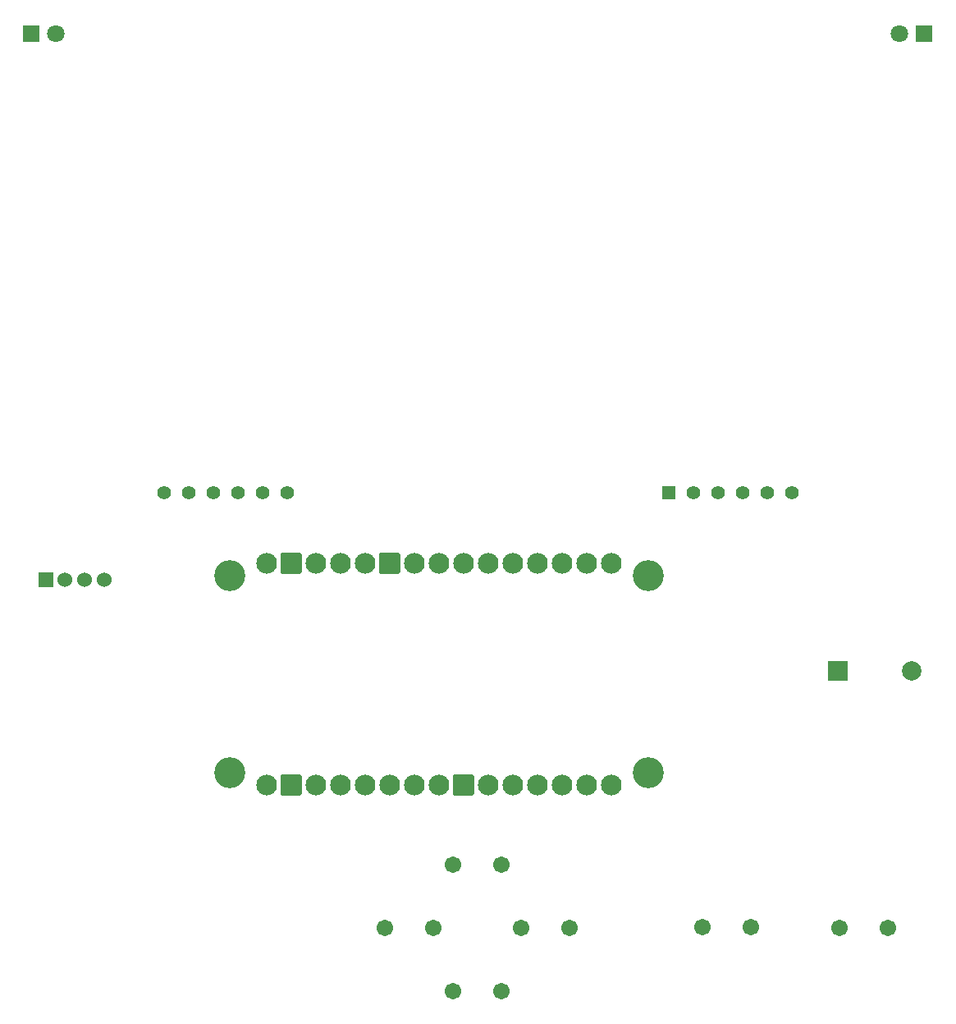
<source format=gbs>
%TF.GenerationSoftware,KiCad,Pcbnew,8.0.1*%
%TF.CreationDate,2024-04-24T10:41:03+02:00*%
%TF.ProjectId,PCB,5043422e-6b69-4636-9164-5f7063625858,v0.1*%
%TF.SameCoordinates,Original*%
%TF.FileFunction,Soldermask,Bot*%
%TF.FilePolarity,Negative*%
%FSLAX46Y46*%
G04 Gerber Fmt 4.6, Leading zero omitted, Abs format (unit mm)*
G04 Created by KiCad (PCBNEW 8.0.1) date 2024-04-24 10:41:03*
%MOMM*%
%LPD*%
G01*
G04 APERTURE LIST*
G04 Aperture macros list*
%AMRoundRect*
0 Rectangle with rounded corners*
0 $1 Rounding radius*
0 $2 $3 $4 $5 $6 $7 $8 $9 X,Y pos of 4 corners*
0 Add a 4 corners polygon primitive as box body*
4,1,4,$2,$3,$4,$5,$6,$7,$8,$9,$2,$3,0*
0 Add four circle primitives for the rounded corners*
1,1,$1+$1,$2,$3*
1,1,$1+$1,$4,$5*
1,1,$1+$1,$6,$7*
1,1,$1+$1,$8,$9*
0 Add four rect primitives between the rounded corners*
20,1,$1+$1,$2,$3,$4,$5,0*
20,1,$1+$1,$4,$5,$6,$7,0*
20,1,$1+$1,$6,$7,$8,$9,0*
20,1,$1+$1,$8,$9,$2,$3,0*%
G04 Aperture macros list end*
%ADD10C,1.712000*%
%ADD11C,3.200000*%
%ADD12C,2.134000*%
%ADD13RoundRect,0.102000X-0.965000X0.965000X-0.965000X-0.965000X0.965000X-0.965000X0.965000X0.965000X0*%
%ADD14R,2.000000X2.000000*%
%ADD15C,2.000000*%
%ADD16C,1.404000*%
%ADD17RoundRect,0.102000X-0.600000X-0.600000X0.600000X-0.600000X0.600000X0.600000X-0.600000X0.600000X0*%
%ADD18R,1.800000X1.800000*%
%ADD19C,1.800000*%
%ADD20R,1.524000X1.524000*%
%ADD21C,1.524000*%
G04 APERTURE END LIST*
D10*
%TO.C,SW1*%
X160725000Y-130375000D03*
X165725000Y-130375000D03*
%TD*%
D11*
%TO.C,U1*%
X155130000Y-94145000D03*
X111950000Y-94145000D03*
X155130000Y-114465000D03*
X111950000Y-114465000D03*
D12*
X151320000Y-92875000D03*
X148780000Y-92875000D03*
X146240000Y-92875000D03*
X143700000Y-92875000D03*
X141160000Y-92875000D03*
X138620000Y-92875000D03*
X136080000Y-92875000D03*
X133540000Y-92875000D03*
X131000000Y-92875000D03*
D13*
X128460000Y-92875000D03*
D12*
X125920000Y-92875000D03*
X123380000Y-92875000D03*
X120840000Y-92875000D03*
D13*
X118300000Y-92875000D03*
D12*
X115760000Y-92875000D03*
X115760000Y-115735000D03*
D13*
X118300000Y-115735000D03*
D12*
X120840000Y-115735000D03*
X123380000Y-115735000D03*
X125920000Y-115735000D03*
X128460000Y-115735000D03*
X131000000Y-115735000D03*
X133540000Y-115735000D03*
D13*
X136080000Y-115735000D03*
D12*
X138620000Y-115735000D03*
X141160000Y-115735000D03*
X143700000Y-115735000D03*
X146240000Y-115735000D03*
X148780000Y-115735000D03*
X151320000Y-115735000D03*
%TD*%
D10*
%TO.C,SW5*%
X134950000Y-136975000D03*
X139950000Y-136975000D03*
%TD*%
%TO.C,SW2*%
X174810500Y-130400000D03*
X179810500Y-130400000D03*
%TD*%
%TO.C,SW6*%
X127925000Y-130450000D03*
X132925000Y-130450000D03*
%TD*%
%TO.C,SW3*%
X134950000Y-123950000D03*
X139950000Y-123950000D03*
%TD*%
D14*
%TO.C,BZ1*%
X174650000Y-103975000D03*
D15*
X182250000Y-103975000D03*
%TD*%
D16*
%TO.C,NHD*%
X105135000Y-85540000D03*
X107675000Y-85540000D03*
X110215000Y-85540000D03*
X112755000Y-85540000D03*
X115295000Y-85540000D03*
X117835000Y-85540000D03*
D17*
X157235000Y-85540000D03*
D16*
X159775000Y-85540000D03*
X162315000Y-85540000D03*
X164855000Y-85540000D03*
X167395000Y-85540000D03*
X169935000Y-85540000D03*
%TD*%
D18*
%TO.C,D1*%
X91475000Y-38250000D03*
D19*
X94015000Y-38250000D03*
%TD*%
D20*
%TO.C,EM4100*%
X92950000Y-94525000D03*
D21*
X94950000Y-94525000D03*
X96950000Y-94525000D03*
X98950000Y-94525000D03*
%TD*%
D10*
%TO.C,SW4*%
X142000000Y-130450000D03*
X147000000Y-130450000D03*
%TD*%
D18*
%TO.C,D2*%
X183600000Y-38200000D03*
D19*
X181060000Y-38200000D03*
%TD*%
M02*

</source>
